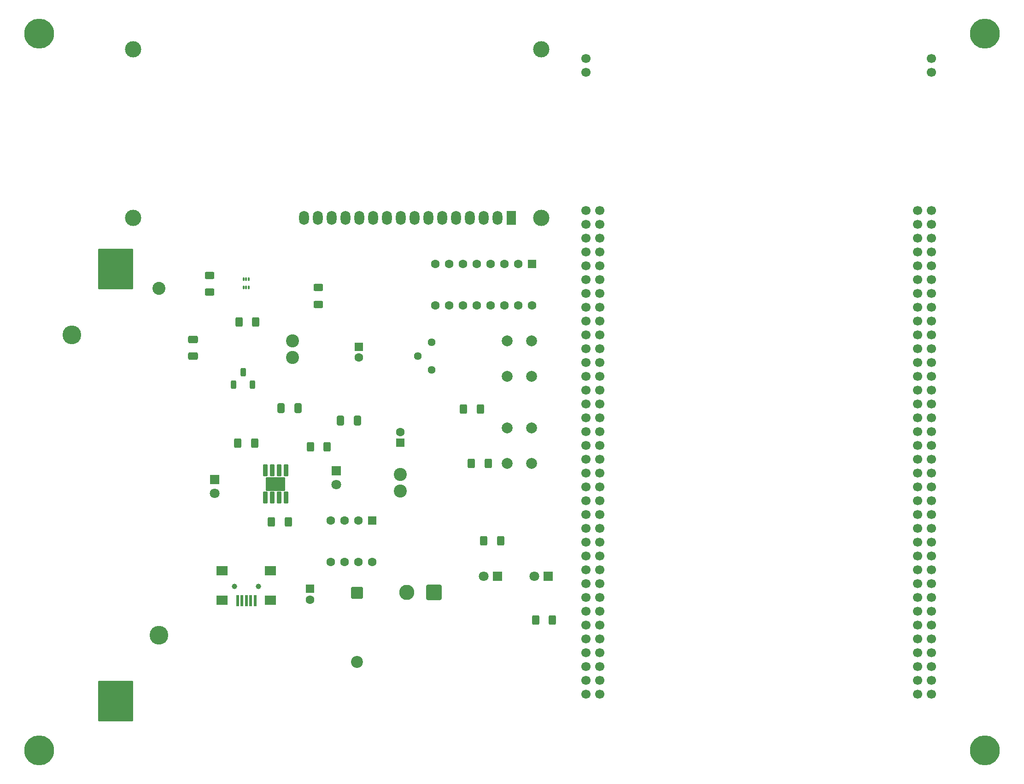
<source format=gbr>
%TF.GenerationSoftware,KiCad,Pcbnew,9.0.6*%
%TF.CreationDate,2025-12-17T18:58:15+01:00*%
%TF.ProjectId,Seminar,53656d69-6e61-4722-9e6b-696361645f70,rev?*%
%TF.SameCoordinates,Original*%
%TF.FileFunction,Soldermask,Top*%
%TF.FilePolarity,Negative*%
%FSLAX46Y46*%
G04 Gerber Fmt 4.6, Leading zero omitted, Abs format (unit mm)*
G04 Created by KiCad (PCBNEW 9.0.6) date 2025-12-17 18:58:15*
%MOMM*%
%LPD*%
G01*
G04 APERTURE LIST*
G04 Aperture macros list*
%AMRoundRect*
0 Rectangle with rounded corners*
0 $1 Rounding radius*
0 $2 $3 $4 $5 $6 $7 $8 $9 X,Y pos of 4 corners*
0 Add a 4 corners polygon primitive as box body*
4,1,4,$2,$3,$4,$5,$6,$7,$8,$9,$2,$3,0*
0 Add four circle primitives for the rounded corners*
1,1,$1+$1,$2,$3*
1,1,$1+$1,$4,$5*
1,1,$1+$1,$6,$7*
1,1,$1+$1,$8,$9*
0 Add four rect primitives between the rounded corners*
20,1,$1+$1,$2,$3,$4,$5,0*
20,1,$1+$1,$4,$5,$6,$7,0*
20,1,$1+$1,$6,$7,$8,$9,0*
20,1,$1+$1,$8,$9,$2,$3,0*%
G04 Aperture macros list end*
%ADD10RoundRect,0.250000X0.412500X0.650000X-0.412500X0.650000X-0.412500X-0.650000X0.412500X-0.650000X0*%
%ADD11RoundRect,0.250000X-0.250000X-0.550000X0.250000X-0.550000X0.250000X0.550000X-0.250000X0.550000X0*%
%ADD12RoundRect,0.250000X-0.550000X0.550000X-0.550000X-0.550000X0.550000X-0.550000X0.550000X0.550000X0*%
%ADD13C,1.600000*%
%ADD14RoundRect,0.100500X0.301500X-0.986500X0.301500X0.986500X-0.301500X0.986500X-0.301500X-0.986500X0*%
%ADD15RoundRect,0.102000X1.651000X-1.206500X1.651000X1.206500X-1.651000X1.206500X-1.651000X-1.206500X0*%
%ADD16RoundRect,0.250000X0.650000X-0.412500X0.650000X0.412500X-0.650000X0.412500X-0.650000X-0.412500X0*%
%ADD17C,2.390000*%
%ADD18C,3.450000*%
%ADD19RoundRect,0.250003X-2.999997X3.499997X-2.999997X-3.499997X2.999997X-3.499997X2.999997X3.499997X0*%
%ADD20C,5.500000*%
%ADD21RoundRect,0.250000X-0.400000X-0.625000X0.400000X-0.625000X0.400000X0.625000X-0.400000X0.625000X0*%
%ADD22RoundRect,0.250000X0.400000X0.625000X-0.400000X0.625000X-0.400000X-0.625000X0.400000X-0.625000X0*%
%ADD23C,1.000000*%
%ADD24R,0.500000X2.000000*%
%ADD25R,2.000000X1.700000*%
%ADD26R,1.800000X1.800000*%
%ADD27C,1.800000*%
%ADD28RoundRect,0.250000X-0.625000X0.400000X-0.625000X-0.400000X0.625000X-0.400000X0.625000X0.400000X0*%
%ADD29C,2.000000*%
%ADD30C,1.440000*%
%ADD31RoundRect,0.250000X-0.412500X-0.650000X0.412500X-0.650000X0.412500X0.650000X-0.412500X0.650000X0*%
%ADD32C,1.700000*%
%ADD33RoundRect,0.250000X0.550000X-0.550000X0.550000X0.550000X-0.550000X0.550000X-0.550000X-0.550000X0*%
%ADD34RoundRect,0.250000X0.625000X-0.400000X0.625000X0.400000X-0.625000X0.400000X-0.625000X-0.400000X0*%
%ADD35RoundRect,0.250001X1.149999X1.149999X-1.149999X1.149999X-1.149999X-1.149999X1.149999X-1.149999X0*%
%ADD36C,2.800000*%
%ADD37C,2.400000*%
%ADD38RoundRect,0.249999X-0.850001X0.850001X-0.850001X-0.850001X0.850001X-0.850001X0.850001X0.850001X0*%
%ADD39C,2.200000*%
%ADD40RoundRect,0.075000X0.074999X0.260000X-0.074999X0.260000X-0.074999X-0.260000X0.074999X-0.260000X0*%
%ADD41C,3.000000*%
%ADD42R,1.800000X2.600000*%
%ADD43O,1.800000X2.600000*%
G04 APERTURE END LIST*
D10*
%TO.C,C5*%
X72312500Y-92350000D03*
X69187500Y-92350000D03*
%TD*%
D11*
%TO.C,SW3*%
X60441000Y-88000000D03*
X62191000Y-85700000D03*
X63941000Y-88000000D03*
%TD*%
D12*
%TO.C,C4*%
X83500000Y-81044888D03*
D13*
X83500000Y-83044888D03*
%TD*%
D14*
%TO.C,U4*%
X66250000Y-108750000D03*
X67520000Y-108750000D03*
X68790000Y-108750000D03*
X70060000Y-108750000D03*
X70060000Y-103800000D03*
X68790000Y-103800000D03*
X67520000Y-103800000D03*
X66250000Y-103800000D03*
D15*
X68155000Y-106275000D03*
%TD*%
D16*
%TO.C,C3*%
X53000000Y-82812500D03*
X53000000Y-79687500D03*
%TD*%
D17*
%TO.C,BT1*%
X46750000Y-70370000D03*
D18*
X30750000Y-78880000D03*
X46750000Y-134120000D03*
D19*
X38750000Y-66810000D03*
X38750000Y-146190000D03*
%TD*%
D20*
%TO.C,H3*%
X198500000Y-155250000D03*
%TD*%
D21*
%TO.C,R7*%
X61200000Y-98750000D03*
X64300000Y-98750000D03*
%TD*%
D12*
%TO.C,C1*%
X74500000Y-125544888D03*
D13*
X74500000Y-127544888D03*
%TD*%
D20*
%TO.C,H4*%
X198500000Y-23500000D03*
%TD*%
D22*
%TO.C,R8*%
X77650000Y-99465500D03*
X74550000Y-99465500D03*
%TD*%
D23*
%TO.C,J1*%
X64992000Y-125075000D03*
X60592000Y-125075000D03*
D24*
X64392000Y-127775000D03*
X63592000Y-127775000D03*
X62792000Y-127775000D03*
X61992000Y-127775000D03*
X61192000Y-127775000D03*
D25*
X67242000Y-127675000D03*
X67242000Y-122225000D03*
X58342000Y-127675000D03*
X58342000Y-122225000D03*
%TD*%
D21*
%TO.C,R5*%
X104150000Y-102500000D03*
X107250000Y-102500000D03*
%TD*%
D26*
%TO.C,D1*%
X118250000Y-123250000D03*
D27*
X115710000Y-123250000D03*
%TD*%
D28*
%TO.C,R10*%
X56000000Y-67950000D03*
X56000000Y-71050000D03*
%TD*%
D21*
%TO.C,R4*%
X102700000Y-92500000D03*
X105800000Y-92500000D03*
%TD*%
D12*
%TO.C,U3*%
X85899500Y-113015500D03*
D13*
X83359500Y-113015500D03*
X80819500Y-113015500D03*
X78279500Y-113015500D03*
X78279500Y-120635500D03*
X80819500Y-120635500D03*
X83359500Y-120635500D03*
X85899500Y-120635500D03*
%TD*%
D29*
%TO.C,SW1*%
X115250000Y-80000000D03*
X115250000Y-86500000D03*
X110750000Y-80000000D03*
X110750000Y-86500000D03*
%TD*%
D30*
%TO.C,RV1*%
X96890000Y-85290000D03*
X94350000Y-82750000D03*
X96890000Y-80210000D03*
%TD*%
D21*
%TO.C,R6*%
X67400000Y-113250000D03*
X70500000Y-113250000D03*
%TD*%
D31*
%TO.C,C1*%
X80112500Y-94625000D03*
X83237500Y-94625000D03*
%TD*%
D32*
%TO.C,U1*%
X125250000Y-55990000D03*
X127790000Y-55990000D03*
X125250000Y-58530000D03*
X127790000Y-58530000D03*
X125250000Y-61070000D03*
X127790000Y-61070000D03*
X125250000Y-63610000D03*
X127790000Y-63610000D03*
X125250000Y-66150000D03*
X127790000Y-66150000D03*
X125250000Y-68690000D03*
X127790000Y-68690000D03*
X125250000Y-71230000D03*
X127790000Y-71230000D03*
X125250000Y-73770000D03*
X127790000Y-73770000D03*
X125250000Y-76310000D03*
X127790000Y-76310000D03*
X125250000Y-78850000D03*
X127790000Y-78850000D03*
X125250000Y-81390000D03*
X127790000Y-81390000D03*
X125250000Y-83930000D03*
X127790000Y-83930000D03*
X125250000Y-86470000D03*
X127790000Y-86470000D03*
X125250000Y-89010000D03*
X127790000Y-89010000D03*
X125250000Y-91550000D03*
X127790000Y-91550000D03*
X125250000Y-94090000D03*
X127790000Y-94090000D03*
X125250000Y-96630000D03*
X127790000Y-96630000D03*
X125250000Y-99170000D03*
X127790000Y-99170000D03*
X125250000Y-101710000D03*
X127790000Y-101710000D03*
X125250000Y-104250000D03*
X127790000Y-104250000D03*
X125250000Y-106790000D03*
X127790000Y-106790000D03*
X125250000Y-109330000D03*
X127790000Y-109330000D03*
X125250000Y-111870000D03*
X127790000Y-111870000D03*
X125250000Y-114410000D03*
X127790000Y-114410000D03*
X125250000Y-116950000D03*
X127790000Y-116950000D03*
X125250000Y-119490000D03*
X127790000Y-119490000D03*
X125250000Y-122030000D03*
X127790000Y-122030000D03*
X125250000Y-124570000D03*
X127790000Y-124570000D03*
X125250000Y-127110000D03*
X127790000Y-127110000D03*
X125250000Y-129650000D03*
X127790000Y-129650000D03*
X125250000Y-132190000D03*
X127790000Y-132190000D03*
X125250000Y-134730000D03*
X127790000Y-134730000D03*
X125250000Y-137270000D03*
X127790000Y-137270000D03*
X125250000Y-139810000D03*
X127790000Y-139810000D03*
X125250000Y-142350000D03*
X127790000Y-142350000D03*
X125250000Y-144890000D03*
X127790000Y-144890000D03*
X186210000Y-55990000D03*
X188750000Y-55990000D03*
X186210000Y-58530000D03*
X188750000Y-58530000D03*
X186210000Y-61070000D03*
X188750000Y-61070000D03*
X186210000Y-63610000D03*
X188750000Y-63610000D03*
X186210000Y-66150000D03*
X188750000Y-66150000D03*
X186210000Y-68690000D03*
X188750000Y-68690000D03*
X186210000Y-71230000D03*
X188750000Y-71230000D03*
X186210000Y-73770000D03*
X188750000Y-73770000D03*
X186210000Y-76310000D03*
X188750000Y-76310000D03*
X186210000Y-78850000D03*
X188750000Y-78850000D03*
X186210000Y-81390000D03*
X188750000Y-81390000D03*
X186210000Y-83930000D03*
X188750000Y-83930000D03*
X186210000Y-86470000D03*
X188750000Y-86470000D03*
X186210000Y-89010000D03*
X188750000Y-89010000D03*
X186210000Y-91550000D03*
X188750000Y-91550000D03*
X186210000Y-94090000D03*
X188750000Y-94090000D03*
X186210000Y-96630000D03*
X188750000Y-96630000D03*
X186210000Y-99170000D03*
X188750000Y-99170000D03*
X186210000Y-101710000D03*
X188750000Y-101710000D03*
X186210000Y-104250000D03*
X188750000Y-104250000D03*
X186210000Y-106790000D03*
X188750000Y-106790000D03*
X186210000Y-109330000D03*
X188750000Y-109330000D03*
X186210000Y-111870000D03*
X188750000Y-111870000D03*
X186210000Y-114410000D03*
X188750000Y-114410000D03*
X186210000Y-116950000D03*
X188750000Y-116950000D03*
X186210000Y-119490000D03*
X188750000Y-119490000D03*
X186210000Y-122030000D03*
X188750000Y-122030000D03*
X186210000Y-124570000D03*
X188750000Y-124570000D03*
X186210000Y-127110000D03*
X188750000Y-127110000D03*
X186210000Y-129650000D03*
X188750000Y-129650000D03*
X186210000Y-132190000D03*
X188750000Y-132190000D03*
X186210000Y-134730000D03*
X188750000Y-134730000D03*
X186210000Y-137270000D03*
X188750000Y-137270000D03*
X186210000Y-139810000D03*
X188750000Y-139810000D03*
X186210000Y-142350000D03*
X188750000Y-142350000D03*
X186210000Y-144890000D03*
X188750000Y-144890000D03*
X125250000Y-28050000D03*
X125250000Y-30590000D03*
X188750000Y-28050000D03*
X188750000Y-30590000D03*
%TD*%
D33*
%TO.C,C2*%
X91100000Y-98725000D03*
D13*
X91100000Y-96725000D03*
%TD*%
D34*
%TO.C,R1*%
X76000000Y-73300000D03*
X76000000Y-70200000D03*
%TD*%
D21*
%TO.C,R9*%
X61450000Y-76500000D03*
X64550000Y-76500000D03*
%TD*%
D20*
%TO.C,H1*%
X24750000Y-155250000D03*
%TD*%
D26*
%TO.C,D4*%
X57000000Y-105460000D03*
D27*
X57000000Y-108000000D03*
%TD*%
D12*
%TO.C,U2*%
X115290000Y-65880000D03*
D13*
X112750000Y-65880000D03*
X110210000Y-65880000D03*
X107670000Y-65880000D03*
X105130000Y-65880000D03*
X102590000Y-65880000D03*
X100050000Y-65880000D03*
X97510000Y-65880000D03*
X97510000Y-73500000D03*
X100050000Y-73500000D03*
X102590000Y-73500000D03*
X105130000Y-73500000D03*
X107670000Y-73500000D03*
X110210000Y-73500000D03*
X112750000Y-73500000D03*
X115290000Y-73500000D03*
%TD*%
D35*
%TO.C,J1*%
X97250000Y-126250000D03*
D36*
X92250000Y-126250000D03*
%TD*%
D37*
%TO.C,L1*%
X91089500Y-107570500D03*
X91089500Y-104570500D03*
%TD*%
D38*
%TO.C,D3*%
X83139500Y-126320500D03*
D39*
X83139500Y-139020500D03*
%TD*%
D40*
%TO.C,U3*%
X62267177Y-70136001D03*
X62767176Y-70136001D03*
X63267178Y-70136001D03*
X63267178Y-68655999D03*
X62767176Y-68655999D03*
X62267177Y-68655999D03*
%TD*%
D37*
%TO.C,L1*%
X71250000Y-83000000D03*
X71250000Y-80000000D03*
%TD*%
D26*
%TO.C,D3*%
X79339500Y-103820500D03*
D27*
X79339500Y-106360500D03*
%TD*%
D41*
%TO.C,DS1*%
X116999100Y-57357500D03*
X116999100Y-26356800D03*
X42000520Y-26356800D03*
X42000000Y-57357500D03*
D42*
X111500000Y-57357500D03*
D43*
X108960000Y-57357500D03*
X106420000Y-57357500D03*
X103880000Y-57357500D03*
X101340000Y-57357500D03*
X98800000Y-57357500D03*
X96260000Y-57357500D03*
X93720000Y-57357500D03*
X91180000Y-57357500D03*
X88640000Y-57357500D03*
X86100000Y-57357500D03*
X83560000Y-57357500D03*
X81020000Y-57357500D03*
X78480000Y-57357500D03*
X75940000Y-57357500D03*
X73400000Y-57357500D03*
%TD*%
D22*
%TO.C,R2*%
X119050000Y-131250000D03*
X115950000Y-131250000D03*
%TD*%
D20*
%TO.C,H2*%
X24750000Y-23500000D03*
%TD*%
D29*
%TO.C,SW2*%
X110750000Y-102500000D03*
X110750000Y-96000000D03*
X115250000Y-102500000D03*
X115250000Y-96000000D03*
%TD*%
D22*
%TO.C,R3*%
X109550000Y-116750000D03*
X106450000Y-116750000D03*
%TD*%
D26*
%TO.C,D2*%
X108975000Y-123250000D03*
D27*
X106435000Y-123250000D03*
%TD*%
M02*

</source>
